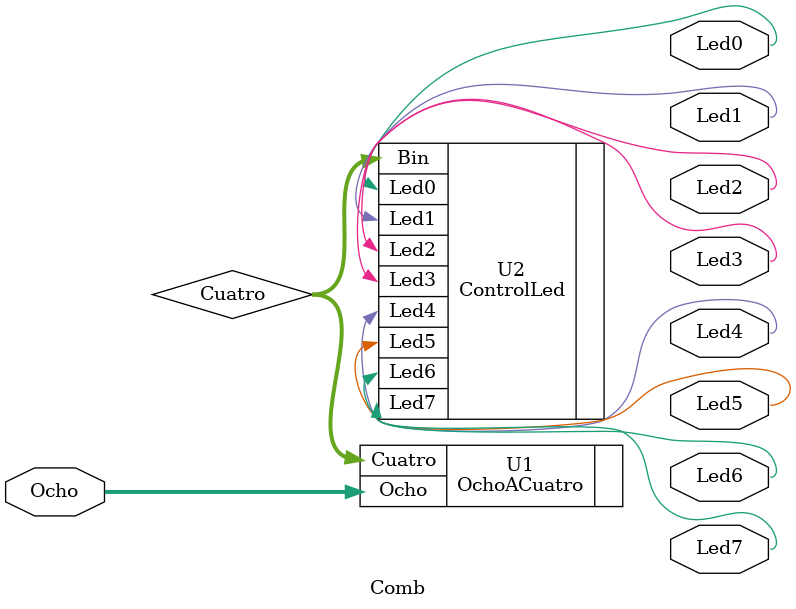
<source format=v>
`timescale 1ns / 1ps


module Comb(
input [7:0] Ocho,
output Led0,output Led1,output Led2,output Led3,output Led4,output Led5,output Led6,output Led7
    );
  wire [0:3] Cuatro;
  
 OchoACuatro U1(
 .Ocho(Ocho),
 .Cuatro(Cuatro));
 
 ControlLed U2(
 .Bin(Cuatro),
 .Led0(Led0),
 .Led1(Led1),
 .Led2(Led2),
 .Led3(Led3),
 .Led4(Led4),
 .Led5(Led5),
 .Led6(Led6),
 .Led7(Led7));
 
endmodule

</source>
